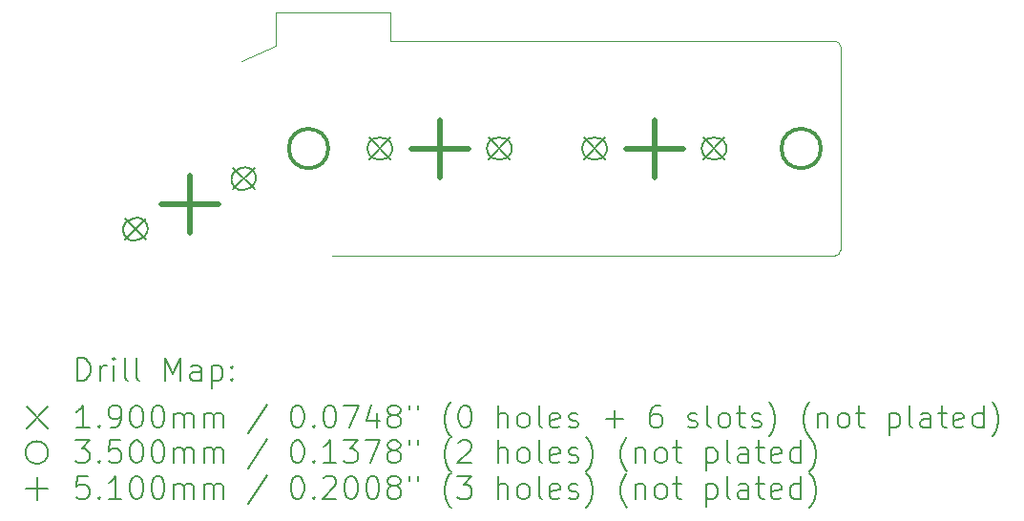
<source format=gbr>
%TF.GenerationSoftware,KiCad,Pcbnew,7.0.5*%
%TF.CreationDate,2023-08-20T02:01:26+08:00*%
%TF.ProjectId,RT,52542e6b-6963-4616-945f-706362585858,rev?*%
%TF.SameCoordinates,Original*%
%TF.FileFunction,Drillmap*%
%TF.FilePolarity,Positive*%
%FSLAX45Y45*%
G04 Gerber Fmt 4.5, Leading zero omitted, Abs format (unit mm)*
G04 Created by KiCad (PCBNEW 7.0.5) date 2023-08-20 02:01:26*
%MOMM*%
%LPD*%
G01*
G04 APERTURE LIST*
%ADD10C,0.100000*%
%ADD11C,0.200000*%
%ADD12C,0.190000*%
%ADD13C,0.350000*%
%ADD14C,0.510000*%
G04 APERTURE END LIST*
D10*
X13251500Y-11097500D02*
X17711500Y-11097500D01*
X17761500Y-9242500D02*
X17761500Y-11047500D01*
X13763000Y-9192500D02*
X13763000Y-8938000D01*
X13763000Y-9192500D02*
X17711500Y-9192500D01*
X17761500Y-9242500D02*
G75*
G03*
X17711500Y-9192500I-50000J0D01*
G01*
X12446409Y-9370987D02*
X12747000Y-9231000D01*
X12747000Y-8938000D02*
X12747000Y-9231000D01*
X13763000Y-8938000D02*
X12747000Y-8938000D01*
X17711500Y-11097500D02*
G75*
G03*
X17761500Y-11047500I0J50000D01*
G01*
D11*
D12*
X11410352Y-10765777D02*
X11600352Y-10955777D01*
X11600352Y-10765777D02*
X11410352Y-10955777D01*
D11*
X11531906Y-10953215D02*
X11559095Y-10940537D01*
X11559095Y-10940537D02*
G75*
G03*
X11478798Y-10768338I-40149J86099D01*
G01*
X11478798Y-10768338D02*
X11451609Y-10781017D01*
X11451609Y-10781017D02*
G75*
G03*
X11531906Y-10953215I40149J-86099D01*
G01*
D12*
X12371038Y-10317802D02*
X12561038Y-10507802D01*
X12561038Y-10317802D02*
X12371038Y-10507802D01*
D11*
X12492592Y-10505240D02*
X12519782Y-10492562D01*
X12519782Y-10492561D02*
G75*
G03*
X12439484Y-10320363I-40149J86099D01*
G01*
X12439484Y-10320363D02*
X12412295Y-10333042D01*
X12412295Y-10333042D02*
G75*
G03*
X12492592Y-10505240I40149J-86099D01*
G01*
D12*
X13579000Y-10050000D02*
X13769000Y-10240000D01*
X13769000Y-10050000D02*
X13579000Y-10240000D01*
D11*
X13659000Y-10240000D02*
X13689000Y-10240000D01*
X13689000Y-10240000D02*
G75*
G03*
X13689000Y-10050000I0J95000D01*
G01*
X13689000Y-10050000D02*
X13659000Y-10050000D01*
X13659000Y-10050000D02*
G75*
G03*
X13659000Y-10240000I0J-95000D01*
G01*
D12*
X14639000Y-10050000D02*
X14829000Y-10240000D01*
X14829000Y-10050000D02*
X14639000Y-10240000D01*
D11*
X14719000Y-10240000D02*
X14749000Y-10240000D01*
X14749000Y-10240000D02*
G75*
G03*
X14749000Y-10050000I0J95000D01*
G01*
X14749000Y-10050000D02*
X14719000Y-10050000D01*
X14719000Y-10050000D02*
G75*
G03*
X14719000Y-10240000I0J-95000D01*
G01*
D12*
X15484000Y-10050000D02*
X15674000Y-10240000D01*
X15674000Y-10050000D02*
X15484000Y-10240000D01*
D11*
X15564000Y-10240000D02*
X15594000Y-10240000D01*
X15594000Y-10240000D02*
G75*
G03*
X15594000Y-10050000I0J95000D01*
G01*
X15594000Y-10050000D02*
X15564000Y-10050000D01*
X15564000Y-10050000D02*
G75*
G03*
X15564000Y-10240000I0J-95000D01*
G01*
D12*
X16544000Y-10050000D02*
X16734000Y-10240000D01*
X16734000Y-10050000D02*
X16544000Y-10240000D01*
D11*
X16624000Y-10240000D02*
X16654000Y-10240000D01*
X16654000Y-10240000D02*
G75*
G03*
X16654000Y-10050000I0J95000D01*
G01*
X16654000Y-10050000D02*
X16624000Y-10050000D01*
X16624000Y-10050000D02*
G75*
G03*
X16624000Y-10240000I0J-95000D01*
G01*
D13*
X13216000Y-10145000D02*
G75*
G03*
X13216000Y-10145000I-175000J0D01*
G01*
X17586500Y-10145000D02*
G75*
G03*
X17586500Y-10145000I-175000J0D01*
G01*
D14*
X11985695Y-10381789D02*
X11985695Y-10891789D01*
X11730695Y-10636789D02*
X12240695Y-10636789D01*
X14204000Y-9890000D02*
X14204000Y-10400000D01*
X13949000Y-10145000D02*
X14459000Y-10145000D01*
X16109000Y-9890000D02*
X16109000Y-10400000D01*
X15854000Y-10145000D02*
X16364000Y-10145000D01*
D11*
X10991116Y-12203629D02*
X10991116Y-12003629D01*
X10991116Y-12003629D02*
X11038735Y-12003629D01*
X11038735Y-12003629D02*
X11067307Y-12013152D01*
X11067307Y-12013152D02*
X11086354Y-12032200D01*
X11086354Y-12032200D02*
X11095878Y-12051248D01*
X11095878Y-12051248D02*
X11105402Y-12089343D01*
X11105402Y-12089343D02*
X11105402Y-12117914D01*
X11105402Y-12117914D02*
X11095878Y-12156010D01*
X11095878Y-12156010D02*
X11086354Y-12175057D01*
X11086354Y-12175057D02*
X11067307Y-12194105D01*
X11067307Y-12194105D02*
X11038735Y-12203629D01*
X11038735Y-12203629D02*
X10991116Y-12203629D01*
X11191116Y-12203629D02*
X11191116Y-12070295D01*
X11191116Y-12108391D02*
X11200640Y-12089343D01*
X11200640Y-12089343D02*
X11210164Y-12079819D01*
X11210164Y-12079819D02*
X11229211Y-12070295D01*
X11229211Y-12070295D02*
X11248259Y-12070295D01*
X11314926Y-12203629D02*
X11314926Y-12070295D01*
X11314926Y-12003629D02*
X11305402Y-12013152D01*
X11305402Y-12013152D02*
X11314926Y-12022676D01*
X11314926Y-12022676D02*
X11324450Y-12013152D01*
X11324450Y-12013152D02*
X11314926Y-12003629D01*
X11314926Y-12003629D02*
X11314926Y-12022676D01*
X11438735Y-12203629D02*
X11419688Y-12194105D01*
X11419688Y-12194105D02*
X11410164Y-12175057D01*
X11410164Y-12175057D02*
X11410164Y-12003629D01*
X11543497Y-12203629D02*
X11524450Y-12194105D01*
X11524450Y-12194105D02*
X11514926Y-12175057D01*
X11514926Y-12175057D02*
X11514926Y-12003629D01*
X11772069Y-12203629D02*
X11772069Y-12003629D01*
X11772069Y-12003629D02*
X11838735Y-12146486D01*
X11838735Y-12146486D02*
X11905402Y-12003629D01*
X11905402Y-12003629D02*
X11905402Y-12203629D01*
X12086354Y-12203629D02*
X12086354Y-12098867D01*
X12086354Y-12098867D02*
X12076831Y-12079819D01*
X12076831Y-12079819D02*
X12057783Y-12070295D01*
X12057783Y-12070295D02*
X12019688Y-12070295D01*
X12019688Y-12070295D02*
X12000640Y-12079819D01*
X12086354Y-12194105D02*
X12067307Y-12203629D01*
X12067307Y-12203629D02*
X12019688Y-12203629D01*
X12019688Y-12203629D02*
X12000640Y-12194105D01*
X12000640Y-12194105D02*
X11991116Y-12175057D01*
X11991116Y-12175057D02*
X11991116Y-12156010D01*
X11991116Y-12156010D02*
X12000640Y-12136962D01*
X12000640Y-12136962D02*
X12019688Y-12127438D01*
X12019688Y-12127438D02*
X12067307Y-12127438D01*
X12067307Y-12127438D02*
X12086354Y-12117914D01*
X12181592Y-12070295D02*
X12181592Y-12270295D01*
X12181592Y-12079819D02*
X12200640Y-12070295D01*
X12200640Y-12070295D02*
X12238735Y-12070295D01*
X12238735Y-12070295D02*
X12257783Y-12079819D01*
X12257783Y-12079819D02*
X12267307Y-12089343D01*
X12267307Y-12089343D02*
X12276831Y-12108391D01*
X12276831Y-12108391D02*
X12276831Y-12165533D01*
X12276831Y-12165533D02*
X12267307Y-12184581D01*
X12267307Y-12184581D02*
X12257783Y-12194105D01*
X12257783Y-12194105D02*
X12238735Y-12203629D01*
X12238735Y-12203629D02*
X12200640Y-12203629D01*
X12200640Y-12203629D02*
X12181592Y-12194105D01*
X12362545Y-12184581D02*
X12372069Y-12194105D01*
X12372069Y-12194105D02*
X12362545Y-12203629D01*
X12362545Y-12203629D02*
X12353021Y-12194105D01*
X12353021Y-12194105D02*
X12362545Y-12184581D01*
X12362545Y-12184581D02*
X12362545Y-12203629D01*
X12362545Y-12079819D02*
X12372069Y-12089343D01*
X12372069Y-12089343D02*
X12362545Y-12098867D01*
X12362545Y-12098867D02*
X12353021Y-12089343D01*
X12353021Y-12089343D02*
X12362545Y-12079819D01*
X12362545Y-12079819D02*
X12362545Y-12098867D01*
D12*
X10540340Y-12437145D02*
X10730340Y-12627145D01*
X10730340Y-12437145D02*
X10540340Y-12627145D01*
D11*
X11095878Y-12623629D02*
X10981593Y-12623629D01*
X11038735Y-12623629D02*
X11038735Y-12423629D01*
X11038735Y-12423629D02*
X11019688Y-12452200D01*
X11019688Y-12452200D02*
X11000640Y-12471248D01*
X11000640Y-12471248D02*
X10981593Y-12480771D01*
X11181593Y-12604581D02*
X11191116Y-12614105D01*
X11191116Y-12614105D02*
X11181593Y-12623629D01*
X11181593Y-12623629D02*
X11172069Y-12614105D01*
X11172069Y-12614105D02*
X11181593Y-12604581D01*
X11181593Y-12604581D02*
X11181593Y-12623629D01*
X11286354Y-12623629D02*
X11324450Y-12623629D01*
X11324450Y-12623629D02*
X11343497Y-12614105D01*
X11343497Y-12614105D02*
X11353021Y-12604581D01*
X11353021Y-12604581D02*
X11372069Y-12576010D01*
X11372069Y-12576010D02*
X11381592Y-12537914D01*
X11381592Y-12537914D02*
X11381592Y-12461724D01*
X11381592Y-12461724D02*
X11372069Y-12442676D01*
X11372069Y-12442676D02*
X11362545Y-12433152D01*
X11362545Y-12433152D02*
X11343497Y-12423629D01*
X11343497Y-12423629D02*
X11305402Y-12423629D01*
X11305402Y-12423629D02*
X11286354Y-12433152D01*
X11286354Y-12433152D02*
X11276831Y-12442676D01*
X11276831Y-12442676D02*
X11267307Y-12461724D01*
X11267307Y-12461724D02*
X11267307Y-12509343D01*
X11267307Y-12509343D02*
X11276831Y-12528391D01*
X11276831Y-12528391D02*
X11286354Y-12537914D01*
X11286354Y-12537914D02*
X11305402Y-12547438D01*
X11305402Y-12547438D02*
X11343497Y-12547438D01*
X11343497Y-12547438D02*
X11362545Y-12537914D01*
X11362545Y-12537914D02*
X11372069Y-12528391D01*
X11372069Y-12528391D02*
X11381592Y-12509343D01*
X11505402Y-12423629D02*
X11524450Y-12423629D01*
X11524450Y-12423629D02*
X11543497Y-12433152D01*
X11543497Y-12433152D02*
X11553021Y-12442676D01*
X11553021Y-12442676D02*
X11562545Y-12461724D01*
X11562545Y-12461724D02*
X11572069Y-12499819D01*
X11572069Y-12499819D02*
X11572069Y-12547438D01*
X11572069Y-12547438D02*
X11562545Y-12585533D01*
X11562545Y-12585533D02*
X11553021Y-12604581D01*
X11553021Y-12604581D02*
X11543497Y-12614105D01*
X11543497Y-12614105D02*
X11524450Y-12623629D01*
X11524450Y-12623629D02*
X11505402Y-12623629D01*
X11505402Y-12623629D02*
X11486354Y-12614105D01*
X11486354Y-12614105D02*
X11476831Y-12604581D01*
X11476831Y-12604581D02*
X11467307Y-12585533D01*
X11467307Y-12585533D02*
X11457783Y-12547438D01*
X11457783Y-12547438D02*
X11457783Y-12499819D01*
X11457783Y-12499819D02*
X11467307Y-12461724D01*
X11467307Y-12461724D02*
X11476831Y-12442676D01*
X11476831Y-12442676D02*
X11486354Y-12433152D01*
X11486354Y-12433152D02*
X11505402Y-12423629D01*
X11695878Y-12423629D02*
X11714926Y-12423629D01*
X11714926Y-12423629D02*
X11733973Y-12433152D01*
X11733973Y-12433152D02*
X11743497Y-12442676D01*
X11743497Y-12442676D02*
X11753021Y-12461724D01*
X11753021Y-12461724D02*
X11762545Y-12499819D01*
X11762545Y-12499819D02*
X11762545Y-12547438D01*
X11762545Y-12547438D02*
X11753021Y-12585533D01*
X11753021Y-12585533D02*
X11743497Y-12604581D01*
X11743497Y-12604581D02*
X11733973Y-12614105D01*
X11733973Y-12614105D02*
X11714926Y-12623629D01*
X11714926Y-12623629D02*
X11695878Y-12623629D01*
X11695878Y-12623629D02*
X11676831Y-12614105D01*
X11676831Y-12614105D02*
X11667307Y-12604581D01*
X11667307Y-12604581D02*
X11657783Y-12585533D01*
X11657783Y-12585533D02*
X11648259Y-12547438D01*
X11648259Y-12547438D02*
X11648259Y-12499819D01*
X11648259Y-12499819D02*
X11657783Y-12461724D01*
X11657783Y-12461724D02*
X11667307Y-12442676D01*
X11667307Y-12442676D02*
X11676831Y-12433152D01*
X11676831Y-12433152D02*
X11695878Y-12423629D01*
X11848259Y-12623629D02*
X11848259Y-12490295D01*
X11848259Y-12509343D02*
X11857783Y-12499819D01*
X11857783Y-12499819D02*
X11876831Y-12490295D01*
X11876831Y-12490295D02*
X11905402Y-12490295D01*
X11905402Y-12490295D02*
X11924450Y-12499819D01*
X11924450Y-12499819D02*
X11933973Y-12518867D01*
X11933973Y-12518867D02*
X11933973Y-12623629D01*
X11933973Y-12518867D02*
X11943497Y-12499819D01*
X11943497Y-12499819D02*
X11962545Y-12490295D01*
X11962545Y-12490295D02*
X11991116Y-12490295D01*
X11991116Y-12490295D02*
X12010164Y-12499819D01*
X12010164Y-12499819D02*
X12019688Y-12518867D01*
X12019688Y-12518867D02*
X12019688Y-12623629D01*
X12114926Y-12623629D02*
X12114926Y-12490295D01*
X12114926Y-12509343D02*
X12124450Y-12499819D01*
X12124450Y-12499819D02*
X12143497Y-12490295D01*
X12143497Y-12490295D02*
X12172069Y-12490295D01*
X12172069Y-12490295D02*
X12191116Y-12499819D01*
X12191116Y-12499819D02*
X12200640Y-12518867D01*
X12200640Y-12518867D02*
X12200640Y-12623629D01*
X12200640Y-12518867D02*
X12210164Y-12499819D01*
X12210164Y-12499819D02*
X12229212Y-12490295D01*
X12229212Y-12490295D02*
X12257783Y-12490295D01*
X12257783Y-12490295D02*
X12276831Y-12499819D01*
X12276831Y-12499819D02*
X12286354Y-12518867D01*
X12286354Y-12518867D02*
X12286354Y-12623629D01*
X12676831Y-12414105D02*
X12505402Y-12671248D01*
X12933974Y-12423629D02*
X12953021Y-12423629D01*
X12953021Y-12423629D02*
X12972069Y-12433152D01*
X12972069Y-12433152D02*
X12981593Y-12442676D01*
X12981593Y-12442676D02*
X12991116Y-12461724D01*
X12991116Y-12461724D02*
X13000640Y-12499819D01*
X13000640Y-12499819D02*
X13000640Y-12547438D01*
X13000640Y-12547438D02*
X12991116Y-12585533D01*
X12991116Y-12585533D02*
X12981593Y-12604581D01*
X12981593Y-12604581D02*
X12972069Y-12614105D01*
X12972069Y-12614105D02*
X12953021Y-12623629D01*
X12953021Y-12623629D02*
X12933974Y-12623629D01*
X12933974Y-12623629D02*
X12914926Y-12614105D01*
X12914926Y-12614105D02*
X12905402Y-12604581D01*
X12905402Y-12604581D02*
X12895878Y-12585533D01*
X12895878Y-12585533D02*
X12886355Y-12547438D01*
X12886355Y-12547438D02*
X12886355Y-12499819D01*
X12886355Y-12499819D02*
X12895878Y-12461724D01*
X12895878Y-12461724D02*
X12905402Y-12442676D01*
X12905402Y-12442676D02*
X12914926Y-12433152D01*
X12914926Y-12433152D02*
X12933974Y-12423629D01*
X13086355Y-12604581D02*
X13095878Y-12614105D01*
X13095878Y-12614105D02*
X13086355Y-12623629D01*
X13086355Y-12623629D02*
X13076831Y-12614105D01*
X13076831Y-12614105D02*
X13086355Y-12604581D01*
X13086355Y-12604581D02*
X13086355Y-12623629D01*
X13219688Y-12423629D02*
X13238736Y-12423629D01*
X13238736Y-12423629D02*
X13257783Y-12433152D01*
X13257783Y-12433152D02*
X13267307Y-12442676D01*
X13267307Y-12442676D02*
X13276831Y-12461724D01*
X13276831Y-12461724D02*
X13286355Y-12499819D01*
X13286355Y-12499819D02*
X13286355Y-12547438D01*
X13286355Y-12547438D02*
X13276831Y-12585533D01*
X13276831Y-12585533D02*
X13267307Y-12604581D01*
X13267307Y-12604581D02*
X13257783Y-12614105D01*
X13257783Y-12614105D02*
X13238736Y-12623629D01*
X13238736Y-12623629D02*
X13219688Y-12623629D01*
X13219688Y-12623629D02*
X13200640Y-12614105D01*
X13200640Y-12614105D02*
X13191116Y-12604581D01*
X13191116Y-12604581D02*
X13181593Y-12585533D01*
X13181593Y-12585533D02*
X13172069Y-12547438D01*
X13172069Y-12547438D02*
X13172069Y-12499819D01*
X13172069Y-12499819D02*
X13181593Y-12461724D01*
X13181593Y-12461724D02*
X13191116Y-12442676D01*
X13191116Y-12442676D02*
X13200640Y-12433152D01*
X13200640Y-12433152D02*
X13219688Y-12423629D01*
X13353021Y-12423629D02*
X13486355Y-12423629D01*
X13486355Y-12423629D02*
X13400640Y-12623629D01*
X13648259Y-12490295D02*
X13648259Y-12623629D01*
X13600640Y-12414105D02*
X13553021Y-12556962D01*
X13553021Y-12556962D02*
X13676831Y-12556962D01*
X13781593Y-12509343D02*
X13762545Y-12499819D01*
X13762545Y-12499819D02*
X13753021Y-12490295D01*
X13753021Y-12490295D02*
X13743497Y-12471248D01*
X13743497Y-12471248D02*
X13743497Y-12461724D01*
X13743497Y-12461724D02*
X13753021Y-12442676D01*
X13753021Y-12442676D02*
X13762545Y-12433152D01*
X13762545Y-12433152D02*
X13781593Y-12423629D01*
X13781593Y-12423629D02*
X13819688Y-12423629D01*
X13819688Y-12423629D02*
X13838736Y-12433152D01*
X13838736Y-12433152D02*
X13848259Y-12442676D01*
X13848259Y-12442676D02*
X13857783Y-12461724D01*
X13857783Y-12461724D02*
X13857783Y-12471248D01*
X13857783Y-12471248D02*
X13848259Y-12490295D01*
X13848259Y-12490295D02*
X13838736Y-12499819D01*
X13838736Y-12499819D02*
X13819688Y-12509343D01*
X13819688Y-12509343D02*
X13781593Y-12509343D01*
X13781593Y-12509343D02*
X13762545Y-12518867D01*
X13762545Y-12518867D02*
X13753021Y-12528391D01*
X13753021Y-12528391D02*
X13743497Y-12547438D01*
X13743497Y-12547438D02*
X13743497Y-12585533D01*
X13743497Y-12585533D02*
X13753021Y-12604581D01*
X13753021Y-12604581D02*
X13762545Y-12614105D01*
X13762545Y-12614105D02*
X13781593Y-12623629D01*
X13781593Y-12623629D02*
X13819688Y-12623629D01*
X13819688Y-12623629D02*
X13838736Y-12614105D01*
X13838736Y-12614105D02*
X13848259Y-12604581D01*
X13848259Y-12604581D02*
X13857783Y-12585533D01*
X13857783Y-12585533D02*
X13857783Y-12547438D01*
X13857783Y-12547438D02*
X13848259Y-12528391D01*
X13848259Y-12528391D02*
X13838736Y-12518867D01*
X13838736Y-12518867D02*
X13819688Y-12509343D01*
X13933974Y-12423629D02*
X13933974Y-12461724D01*
X14010164Y-12423629D02*
X14010164Y-12461724D01*
X14305402Y-12699819D02*
X14295878Y-12690295D01*
X14295878Y-12690295D02*
X14276831Y-12661724D01*
X14276831Y-12661724D02*
X14267307Y-12642676D01*
X14267307Y-12642676D02*
X14257783Y-12614105D01*
X14257783Y-12614105D02*
X14248259Y-12566486D01*
X14248259Y-12566486D02*
X14248259Y-12528391D01*
X14248259Y-12528391D02*
X14257783Y-12480771D01*
X14257783Y-12480771D02*
X14267307Y-12452200D01*
X14267307Y-12452200D02*
X14276831Y-12433152D01*
X14276831Y-12433152D02*
X14295878Y-12404581D01*
X14295878Y-12404581D02*
X14305402Y-12395057D01*
X14419688Y-12423629D02*
X14438736Y-12423629D01*
X14438736Y-12423629D02*
X14457783Y-12433152D01*
X14457783Y-12433152D02*
X14467307Y-12442676D01*
X14467307Y-12442676D02*
X14476831Y-12461724D01*
X14476831Y-12461724D02*
X14486355Y-12499819D01*
X14486355Y-12499819D02*
X14486355Y-12547438D01*
X14486355Y-12547438D02*
X14476831Y-12585533D01*
X14476831Y-12585533D02*
X14467307Y-12604581D01*
X14467307Y-12604581D02*
X14457783Y-12614105D01*
X14457783Y-12614105D02*
X14438736Y-12623629D01*
X14438736Y-12623629D02*
X14419688Y-12623629D01*
X14419688Y-12623629D02*
X14400640Y-12614105D01*
X14400640Y-12614105D02*
X14391117Y-12604581D01*
X14391117Y-12604581D02*
X14381593Y-12585533D01*
X14381593Y-12585533D02*
X14372069Y-12547438D01*
X14372069Y-12547438D02*
X14372069Y-12499819D01*
X14372069Y-12499819D02*
X14381593Y-12461724D01*
X14381593Y-12461724D02*
X14391117Y-12442676D01*
X14391117Y-12442676D02*
X14400640Y-12433152D01*
X14400640Y-12433152D02*
X14419688Y-12423629D01*
X14724450Y-12623629D02*
X14724450Y-12423629D01*
X14810164Y-12623629D02*
X14810164Y-12518867D01*
X14810164Y-12518867D02*
X14800640Y-12499819D01*
X14800640Y-12499819D02*
X14781593Y-12490295D01*
X14781593Y-12490295D02*
X14753021Y-12490295D01*
X14753021Y-12490295D02*
X14733974Y-12499819D01*
X14733974Y-12499819D02*
X14724450Y-12509343D01*
X14933974Y-12623629D02*
X14914926Y-12614105D01*
X14914926Y-12614105D02*
X14905402Y-12604581D01*
X14905402Y-12604581D02*
X14895879Y-12585533D01*
X14895879Y-12585533D02*
X14895879Y-12528391D01*
X14895879Y-12528391D02*
X14905402Y-12509343D01*
X14905402Y-12509343D02*
X14914926Y-12499819D01*
X14914926Y-12499819D02*
X14933974Y-12490295D01*
X14933974Y-12490295D02*
X14962545Y-12490295D01*
X14962545Y-12490295D02*
X14981593Y-12499819D01*
X14981593Y-12499819D02*
X14991117Y-12509343D01*
X14991117Y-12509343D02*
X15000640Y-12528391D01*
X15000640Y-12528391D02*
X15000640Y-12585533D01*
X15000640Y-12585533D02*
X14991117Y-12604581D01*
X14991117Y-12604581D02*
X14981593Y-12614105D01*
X14981593Y-12614105D02*
X14962545Y-12623629D01*
X14962545Y-12623629D02*
X14933974Y-12623629D01*
X15114926Y-12623629D02*
X15095879Y-12614105D01*
X15095879Y-12614105D02*
X15086355Y-12595057D01*
X15086355Y-12595057D02*
X15086355Y-12423629D01*
X15267307Y-12614105D02*
X15248260Y-12623629D01*
X15248260Y-12623629D02*
X15210164Y-12623629D01*
X15210164Y-12623629D02*
X15191117Y-12614105D01*
X15191117Y-12614105D02*
X15181593Y-12595057D01*
X15181593Y-12595057D02*
X15181593Y-12518867D01*
X15181593Y-12518867D02*
X15191117Y-12499819D01*
X15191117Y-12499819D02*
X15210164Y-12490295D01*
X15210164Y-12490295D02*
X15248260Y-12490295D01*
X15248260Y-12490295D02*
X15267307Y-12499819D01*
X15267307Y-12499819D02*
X15276831Y-12518867D01*
X15276831Y-12518867D02*
X15276831Y-12537914D01*
X15276831Y-12537914D02*
X15181593Y-12556962D01*
X15353021Y-12614105D02*
X15372069Y-12623629D01*
X15372069Y-12623629D02*
X15410164Y-12623629D01*
X15410164Y-12623629D02*
X15429212Y-12614105D01*
X15429212Y-12614105D02*
X15438736Y-12595057D01*
X15438736Y-12595057D02*
X15438736Y-12585533D01*
X15438736Y-12585533D02*
X15429212Y-12566486D01*
X15429212Y-12566486D02*
X15410164Y-12556962D01*
X15410164Y-12556962D02*
X15381593Y-12556962D01*
X15381593Y-12556962D02*
X15362545Y-12547438D01*
X15362545Y-12547438D02*
X15353021Y-12528391D01*
X15353021Y-12528391D02*
X15353021Y-12518867D01*
X15353021Y-12518867D02*
X15362545Y-12499819D01*
X15362545Y-12499819D02*
X15381593Y-12490295D01*
X15381593Y-12490295D02*
X15410164Y-12490295D01*
X15410164Y-12490295D02*
X15429212Y-12499819D01*
X15676831Y-12547438D02*
X15829212Y-12547438D01*
X15753022Y-12623629D02*
X15753022Y-12471248D01*
X16162545Y-12423629D02*
X16124450Y-12423629D01*
X16124450Y-12423629D02*
X16105402Y-12433152D01*
X16105402Y-12433152D02*
X16095879Y-12442676D01*
X16095879Y-12442676D02*
X16076831Y-12471248D01*
X16076831Y-12471248D02*
X16067307Y-12509343D01*
X16067307Y-12509343D02*
X16067307Y-12585533D01*
X16067307Y-12585533D02*
X16076831Y-12604581D01*
X16076831Y-12604581D02*
X16086355Y-12614105D01*
X16086355Y-12614105D02*
X16105402Y-12623629D01*
X16105402Y-12623629D02*
X16143498Y-12623629D01*
X16143498Y-12623629D02*
X16162545Y-12614105D01*
X16162545Y-12614105D02*
X16172069Y-12604581D01*
X16172069Y-12604581D02*
X16181593Y-12585533D01*
X16181593Y-12585533D02*
X16181593Y-12537914D01*
X16181593Y-12537914D02*
X16172069Y-12518867D01*
X16172069Y-12518867D02*
X16162545Y-12509343D01*
X16162545Y-12509343D02*
X16143498Y-12499819D01*
X16143498Y-12499819D02*
X16105402Y-12499819D01*
X16105402Y-12499819D02*
X16086355Y-12509343D01*
X16086355Y-12509343D02*
X16076831Y-12518867D01*
X16076831Y-12518867D02*
X16067307Y-12537914D01*
X16410164Y-12614105D02*
X16429212Y-12623629D01*
X16429212Y-12623629D02*
X16467307Y-12623629D01*
X16467307Y-12623629D02*
X16486355Y-12614105D01*
X16486355Y-12614105D02*
X16495879Y-12595057D01*
X16495879Y-12595057D02*
X16495879Y-12585533D01*
X16495879Y-12585533D02*
X16486355Y-12566486D01*
X16486355Y-12566486D02*
X16467307Y-12556962D01*
X16467307Y-12556962D02*
X16438736Y-12556962D01*
X16438736Y-12556962D02*
X16419688Y-12547438D01*
X16419688Y-12547438D02*
X16410164Y-12528391D01*
X16410164Y-12528391D02*
X16410164Y-12518867D01*
X16410164Y-12518867D02*
X16419688Y-12499819D01*
X16419688Y-12499819D02*
X16438736Y-12490295D01*
X16438736Y-12490295D02*
X16467307Y-12490295D01*
X16467307Y-12490295D02*
X16486355Y-12499819D01*
X16610164Y-12623629D02*
X16591117Y-12614105D01*
X16591117Y-12614105D02*
X16581593Y-12595057D01*
X16581593Y-12595057D02*
X16581593Y-12423629D01*
X16714926Y-12623629D02*
X16695879Y-12614105D01*
X16695879Y-12614105D02*
X16686355Y-12604581D01*
X16686355Y-12604581D02*
X16676831Y-12585533D01*
X16676831Y-12585533D02*
X16676831Y-12528391D01*
X16676831Y-12528391D02*
X16686355Y-12509343D01*
X16686355Y-12509343D02*
X16695879Y-12499819D01*
X16695879Y-12499819D02*
X16714926Y-12490295D01*
X16714926Y-12490295D02*
X16743498Y-12490295D01*
X16743498Y-12490295D02*
X16762545Y-12499819D01*
X16762545Y-12499819D02*
X16772069Y-12509343D01*
X16772069Y-12509343D02*
X16781593Y-12528391D01*
X16781593Y-12528391D02*
X16781593Y-12585533D01*
X16781593Y-12585533D02*
X16772069Y-12604581D01*
X16772069Y-12604581D02*
X16762545Y-12614105D01*
X16762545Y-12614105D02*
X16743498Y-12623629D01*
X16743498Y-12623629D02*
X16714926Y-12623629D01*
X16838736Y-12490295D02*
X16914926Y-12490295D01*
X16867307Y-12423629D02*
X16867307Y-12595057D01*
X16867307Y-12595057D02*
X16876831Y-12614105D01*
X16876831Y-12614105D02*
X16895879Y-12623629D01*
X16895879Y-12623629D02*
X16914926Y-12623629D01*
X16972069Y-12614105D02*
X16991117Y-12623629D01*
X16991117Y-12623629D02*
X17029212Y-12623629D01*
X17029212Y-12623629D02*
X17048260Y-12614105D01*
X17048260Y-12614105D02*
X17057784Y-12595057D01*
X17057784Y-12595057D02*
X17057784Y-12585533D01*
X17057784Y-12585533D02*
X17048260Y-12566486D01*
X17048260Y-12566486D02*
X17029212Y-12556962D01*
X17029212Y-12556962D02*
X17000641Y-12556962D01*
X17000641Y-12556962D02*
X16981593Y-12547438D01*
X16981593Y-12547438D02*
X16972069Y-12528391D01*
X16972069Y-12528391D02*
X16972069Y-12518867D01*
X16972069Y-12518867D02*
X16981593Y-12499819D01*
X16981593Y-12499819D02*
X17000641Y-12490295D01*
X17000641Y-12490295D02*
X17029212Y-12490295D01*
X17029212Y-12490295D02*
X17048260Y-12499819D01*
X17124450Y-12699819D02*
X17133974Y-12690295D01*
X17133974Y-12690295D02*
X17153022Y-12661724D01*
X17153022Y-12661724D02*
X17162546Y-12642676D01*
X17162546Y-12642676D02*
X17172069Y-12614105D01*
X17172069Y-12614105D02*
X17181593Y-12566486D01*
X17181593Y-12566486D02*
X17181593Y-12528391D01*
X17181593Y-12528391D02*
X17172069Y-12480771D01*
X17172069Y-12480771D02*
X17162546Y-12452200D01*
X17162546Y-12452200D02*
X17153022Y-12433152D01*
X17153022Y-12433152D02*
X17133974Y-12404581D01*
X17133974Y-12404581D02*
X17124450Y-12395057D01*
X17486355Y-12699819D02*
X17476831Y-12690295D01*
X17476831Y-12690295D02*
X17457784Y-12661724D01*
X17457784Y-12661724D02*
X17448260Y-12642676D01*
X17448260Y-12642676D02*
X17438736Y-12614105D01*
X17438736Y-12614105D02*
X17429212Y-12566486D01*
X17429212Y-12566486D02*
X17429212Y-12528391D01*
X17429212Y-12528391D02*
X17438736Y-12480771D01*
X17438736Y-12480771D02*
X17448260Y-12452200D01*
X17448260Y-12452200D02*
X17457784Y-12433152D01*
X17457784Y-12433152D02*
X17476831Y-12404581D01*
X17476831Y-12404581D02*
X17486355Y-12395057D01*
X17562546Y-12490295D02*
X17562546Y-12623629D01*
X17562546Y-12509343D02*
X17572069Y-12499819D01*
X17572069Y-12499819D02*
X17591117Y-12490295D01*
X17591117Y-12490295D02*
X17619688Y-12490295D01*
X17619688Y-12490295D02*
X17638736Y-12499819D01*
X17638736Y-12499819D02*
X17648260Y-12518867D01*
X17648260Y-12518867D02*
X17648260Y-12623629D01*
X17772069Y-12623629D02*
X17753022Y-12614105D01*
X17753022Y-12614105D02*
X17743498Y-12604581D01*
X17743498Y-12604581D02*
X17733974Y-12585533D01*
X17733974Y-12585533D02*
X17733974Y-12528391D01*
X17733974Y-12528391D02*
X17743498Y-12509343D01*
X17743498Y-12509343D02*
X17753022Y-12499819D01*
X17753022Y-12499819D02*
X17772069Y-12490295D01*
X17772069Y-12490295D02*
X17800641Y-12490295D01*
X17800641Y-12490295D02*
X17819688Y-12499819D01*
X17819688Y-12499819D02*
X17829212Y-12509343D01*
X17829212Y-12509343D02*
X17838736Y-12528391D01*
X17838736Y-12528391D02*
X17838736Y-12585533D01*
X17838736Y-12585533D02*
X17829212Y-12604581D01*
X17829212Y-12604581D02*
X17819688Y-12614105D01*
X17819688Y-12614105D02*
X17800641Y-12623629D01*
X17800641Y-12623629D02*
X17772069Y-12623629D01*
X17895879Y-12490295D02*
X17972069Y-12490295D01*
X17924450Y-12423629D02*
X17924450Y-12595057D01*
X17924450Y-12595057D02*
X17933974Y-12614105D01*
X17933974Y-12614105D02*
X17953022Y-12623629D01*
X17953022Y-12623629D02*
X17972069Y-12623629D01*
X18191117Y-12490295D02*
X18191117Y-12690295D01*
X18191117Y-12499819D02*
X18210165Y-12490295D01*
X18210165Y-12490295D02*
X18248260Y-12490295D01*
X18248260Y-12490295D02*
X18267308Y-12499819D01*
X18267308Y-12499819D02*
X18276831Y-12509343D01*
X18276831Y-12509343D02*
X18286355Y-12528391D01*
X18286355Y-12528391D02*
X18286355Y-12585533D01*
X18286355Y-12585533D02*
X18276831Y-12604581D01*
X18276831Y-12604581D02*
X18267308Y-12614105D01*
X18267308Y-12614105D02*
X18248260Y-12623629D01*
X18248260Y-12623629D02*
X18210165Y-12623629D01*
X18210165Y-12623629D02*
X18191117Y-12614105D01*
X18400641Y-12623629D02*
X18381593Y-12614105D01*
X18381593Y-12614105D02*
X18372069Y-12595057D01*
X18372069Y-12595057D02*
X18372069Y-12423629D01*
X18562546Y-12623629D02*
X18562546Y-12518867D01*
X18562546Y-12518867D02*
X18553022Y-12499819D01*
X18553022Y-12499819D02*
X18533974Y-12490295D01*
X18533974Y-12490295D02*
X18495879Y-12490295D01*
X18495879Y-12490295D02*
X18476831Y-12499819D01*
X18562546Y-12614105D02*
X18543498Y-12623629D01*
X18543498Y-12623629D02*
X18495879Y-12623629D01*
X18495879Y-12623629D02*
X18476831Y-12614105D01*
X18476831Y-12614105D02*
X18467308Y-12595057D01*
X18467308Y-12595057D02*
X18467308Y-12576010D01*
X18467308Y-12576010D02*
X18476831Y-12556962D01*
X18476831Y-12556962D02*
X18495879Y-12547438D01*
X18495879Y-12547438D02*
X18543498Y-12547438D01*
X18543498Y-12547438D02*
X18562546Y-12537914D01*
X18629212Y-12490295D02*
X18705403Y-12490295D01*
X18657784Y-12423629D02*
X18657784Y-12595057D01*
X18657784Y-12595057D02*
X18667308Y-12614105D01*
X18667308Y-12614105D02*
X18686355Y-12623629D01*
X18686355Y-12623629D02*
X18705403Y-12623629D01*
X18848260Y-12614105D02*
X18829212Y-12623629D01*
X18829212Y-12623629D02*
X18791117Y-12623629D01*
X18791117Y-12623629D02*
X18772069Y-12614105D01*
X18772069Y-12614105D02*
X18762546Y-12595057D01*
X18762546Y-12595057D02*
X18762546Y-12518867D01*
X18762546Y-12518867D02*
X18772069Y-12499819D01*
X18772069Y-12499819D02*
X18791117Y-12490295D01*
X18791117Y-12490295D02*
X18829212Y-12490295D01*
X18829212Y-12490295D02*
X18848260Y-12499819D01*
X18848260Y-12499819D02*
X18857784Y-12518867D01*
X18857784Y-12518867D02*
X18857784Y-12537914D01*
X18857784Y-12537914D02*
X18762546Y-12556962D01*
X19029212Y-12623629D02*
X19029212Y-12423629D01*
X19029212Y-12614105D02*
X19010165Y-12623629D01*
X19010165Y-12623629D02*
X18972069Y-12623629D01*
X18972069Y-12623629D02*
X18953022Y-12614105D01*
X18953022Y-12614105D02*
X18943498Y-12604581D01*
X18943498Y-12604581D02*
X18933974Y-12585533D01*
X18933974Y-12585533D02*
X18933974Y-12528391D01*
X18933974Y-12528391D02*
X18943498Y-12509343D01*
X18943498Y-12509343D02*
X18953022Y-12499819D01*
X18953022Y-12499819D02*
X18972069Y-12490295D01*
X18972069Y-12490295D02*
X19010165Y-12490295D01*
X19010165Y-12490295D02*
X19029212Y-12499819D01*
X19105403Y-12699819D02*
X19114927Y-12690295D01*
X19114927Y-12690295D02*
X19133974Y-12661724D01*
X19133974Y-12661724D02*
X19143498Y-12642676D01*
X19143498Y-12642676D02*
X19153022Y-12614105D01*
X19153022Y-12614105D02*
X19162546Y-12566486D01*
X19162546Y-12566486D02*
X19162546Y-12528391D01*
X19162546Y-12528391D02*
X19153022Y-12480771D01*
X19153022Y-12480771D02*
X19143498Y-12452200D01*
X19143498Y-12452200D02*
X19133974Y-12433152D01*
X19133974Y-12433152D02*
X19114927Y-12404581D01*
X19114927Y-12404581D02*
X19105403Y-12395057D01*
X10730340Y-12842145D02*
G75*
G03*
X10730340Y-12842145I-100000J0D01*
G01*
X10972069Y-12733629D02*
X11095878Y-12733629D01*
X11095878Y-12733629D02*
X11029212Y-12809819D01*
X11029212Y-12809819D02*
X11057783Y-12809819D01*
X11057783Y-12809819D02*
X11076831Y-12819343D01*
X11076831Y-12819343D02*
X11086354Y-12828867D01*
X11086354Y-12828867D02*
X11095878Y-12847914D01*
X11095878Y-12847914D02*
X11095878Y-12895533D01*
X11095878Y-12895533D02*
X11086354Y-12914581D01*
X11086354Y-12914581D02*
X11076831Y-12924105D01*
X11076831Y-12924105D02*
X11057783Y-12933629D01*
X11057783Y-12933629D02*
X11000640Y-12933629D01*
X11000640Y-12933629D02*
X10981593Y-12924105D01*
X10981593Y-12924105D02*
X10972069Y-12914581D01*
X11181593Y-12914581D02*
X11191116Y-12924105D01*
X11191116Y-12924105D02*
X11181593Y-12933629D01*
X11181593Y-12933629D02*
X11172069Y-12924105D01*
X11172069Y-12924105D02*
X11181593Y-12914581D01*
X11181593Y-12914581D02*
X11181593Y-12933629D01*
X11372069Y-12733629D02*
X11276831Y-12733629D01*
X11276831Y-12733629D02*
X11267307Y-12828867D01*
X11267307Y-12828867D02*
X11276831Y-12819343D01*
X11276831Y-12819343D02*
X11295878Y-12809819D01*
X11295878Y-12809819D02*
X11343497Y-12809819D01*
X11343497Y-12809819D02*
X11362545Y-12819343D01*
X11362545Y-12819343D02*
X11372069Y-12828867D01*
X11372069Y-12828867D02*
X11381592Y-12847914D01*
X11381592Y-12847914D02*
X11381592Y-12895533D01*
X11381592Y-12895533D02*
X11372069Y-12914581D01*
X11372069Y-12914581D02*
X11362545Y-12924105D01*
X11362545Y-12924105D02*
X11343497Y-12933629D01*
X11343497Y-12933629D02*
X11295878Y-12933629D01*
X11295878Y-12933629D02*
X11276831Y-12924105D01*
X11276831Y-12924105D02*
X11267307Y-12914581D01*
X11505402Y-12733629D02*
X11524450Y-12733629D01*
X11524450Y-12733629D02*
X11543497Y-12743152D01*
X11543497Y-12743152D02*
X11553021Y-12752676D01*
X11553021Y-12752676D02*
X11562545Y-12771724D01*
X11562545Y-12771724D02*
X11572069Y-12809819D01*
X11572069Y-12809819D02*
X11572069Y-12857438D01*
X11572069Y-12857438D02*
X11562545Y-12895533D01*
X11562545Y-12895533D02*
X11553021Y-12914581D01*
X11553021Y-12914581D02*
X11543497Y-12924105D01*
X11543497Y-12924105D02*
X11524450Y-12933629D01*
X11524450Y-12933629D02*
X11505402Y-12933629D01*
X11505402Y-12933629D02*
X11486354Y-12924105D01*
X11486354Y-12924105D02*
X11476831Y-12914581D01*
X11476831Y-12914581D02*
X11467307Y-12895533D01*
X11467307Y-12895533D02*
X11457783Y-12857438D01*
X11457783Y-12857438D02*
X11457783Y-12809819D01*
X11457783Y-12809819D02*
X11467307Y-12771724D01*
X11467307Y-12771724D02*
X11476831Y-12752676D01*
X11476831Y-12752676D02*
X11486354Y-12743152D01*
X11486354Y-12743152D02*
X11505402Y-12733629D01*
X11695878Y-12733629D02*
X11714926Y-12733629D01*
X11714926Y-12733629D02*
X11733973Y-12743152D01*
X11733973Y-12743152D02*
X11743497Y-12752676D01*
X11743497Y-12752676D02*
X11753021Y-12771724D01*
X11753021Y-12771724D02*
X11762545Y-12809819D01*
X11762545Y-12809819D02*
X11762545Y-12857438D01*
X11762545Y-12857438D02*
X11753021Y-12895533D01*
X11753021Y-12895533D02*
X11743497Y-12914581D01*
X11743497Y-12914581D02*
X11733973Y-12924105D01*
X11733973Y-12924105D02*
X11714926Y-12933629D01*
X11714926Y-12933629D02*
X11695878Y-12933629D01*
X11695878Y-12933629D02*
X11676831Y-12924105D01*
X11676831Y-12924105D02*
X11667307Y-12914581D01*
X11667307Y-12914581D02*
X11657783Y-12895533D01*
X11657783Y-12895533D02*
X11648259Y-12857438D01*
X11648259Y-12857438D02*
X11648259Y-12809819D01*
X11648259Y-12809819D02*
X11657783Y-12771724D01*
X11657783Y-12771724D02*
X11667307Y-12752676D01*
X11667307Y-12752676D02*
X11676831Y-12743152D01*
X11676831Y-12743152D02*
X11695878Y-12733629D01*
X11848259Y-12933629D02*
X11848259Y-12800295D01*
X11848259Y-12819343D02*
X11857783Y-12809819D01*
X11857783Y-12809819D02*
X11876831Y-12800295D01*
X11876831Y-12800295D02*
X11905402Y-12800295D01*
X11905402Y-12800295D02*
X11924450Y-12809819D01*
X11924450Y-12809819D02*
X11933973Y-12828867D01*
X11933973Y-12828867D02*
X11933973Y-12933629D01*
X11933973Y-12828867D02*
X11943497Y-12809819D01*
X11943497Y-12809819D02*
X11962545Y-12800295D01*
X11962545Y-12800295D02*
X11991116Y-12800295D01*
X11991116Y-12800295D02*
X12010164Y-12809819D01*
X12010164Y-12809819D02*
X12019688Y-12828867D01*
X12019688Y-12828867D02*
X12019688Y-12933629D01*
X12114926Y-12933629D02*
X12114926Y-12800295D01*
X12114926Y-12819343D02*
X12124450Y-12809819D01*
X12124450Y-12809819D02*
X12143497Y-12800295D01*
X12143497Y-12800295D02*
X12172069Y-12800295D01*
X12172069Y-12800295D02*
X12191116Y-12809819D01*
X12191116Y-12809819D02*
X12200640Y-12828867D01*
X12200640Y-12828867D02*
X12200640Y-12933629D01*
X12200640Y-12828867D02*
X12210164Y-12809819D01*
X12210164Y-12809819D02*
X12229212Y-12800295D01*
X12229212Y-12800295D02*
X12257783Y-12800295D01*
X12257783Y-12800295D02*
X12276831Y-12809819D01*
X12276831Y-12809819D02*
X12286354Y-12828867D01*
X12286354Y-12828867D02*
X12286354Y-12933629D01*
X12676831Y-12724105D02*
X12505402Y-12981248D01*
X12933974Y-12733629D02*
X12953021Y-12733629D01*
X12953021Y-12733629D02*
X12972069Y-12743152D01*
X12972069Y-12743152D02*
X12981593Y-12752676D01*
X12981593Y-12752676D02*
X12991116Y-12771724D01*
X12991116Y-12771724D02*
X13000640Y-12809819D01*
X13000640Y-12809819D02*
X13000640Y-12857438D01*
X13000640Y-12857438D02*
X12991116Y-12895533D01*
X12991116Y-12895533D02*
X12981593Y-12914581D01*
X12981593Y-12914581D02*
X12972069Y-12924105D01*
X12972069Y-12924105D02*
X12953021Y-12933629D01*
X12953021Y-12933629D02*
X12933974Y-12933629D01*
X12933974Y-12933629D02*
X12914926Y-12924105D01*
X12914926Y-12924105D02*
X12905402Y-12914581D01*
X12905402Y-12914581D02*
X12895878Y-12895533D01*
X12895878Y-12895533D02*
X12886355Y-12857438D01*
X12886355Y-12857438D02*
X12886355Y-12809819D01*
X12886355Y-12809819D02*
X12895878Y-12771724D01*
X12895878Y-12771724D02*
X12905402Y-12752676D01*
X12905402Y-12752676D02*
X12914926Y-12743152D01*
X12914926Y-12743152D02*
X12933974Y-12733629D01*
X13086355Y-12914581D02*
X13095878Y-12924105D01*
X13095878Y-12924105D02*
X13086355Y-12933629D01*
X13086355Y-12933629D02*
X13076831Y-12924105D01*
X13076831Y-12924105D02*
X13086355Y-12914581D01*
X13086355Y-12914581D02*
X13086355Y-12933629D01*
X13286355Y-12933629D02*
X13172069Y-12933629D01*
X13229212Y-12933629D02*
X13229212Y-12733629D01*
X13229212Y-12733629D02*
X13210164Y-12762200D01*
X13210164Y-12762200D02*
X13191116Y-12781248D01*
X13191116Y-12781248D02*
X13172069Y-12790771D01*
X13353021Y-12733629D02*
X13476831Y-12733629D01*
X13476831Y-12733629D02*
X13410164Y-12809819D01*
X13410164Y-12809819D02*
X13438736Y-12809819D01*
X13438736Y-12809819D02*
X13457783Y-12819343D01*
X13457783Y-12819343D02*
X13467307Y-12828867D01*
X13467307Y-12828867D02*
X13476831Y-12847914D01*
X13476831Y-12847914D02*
X13476831Y-12895533D01*
X13476831Y-12895533D02*
X13467307Y-12914581D01*
X13467307Y-12914581D02*
X13457783Y-12924105D01*
X13457783Y-12924105D02*
X13438736Y-12933629D01*
X13438736Y-12933629D02*
X13381593Y-12933629D01*
X13381593Y-12933629D02*
X13362545Y-12924105D01*
X13362545Y-12924105D02*
X13353021Y-12914581D01*
X13543497Y-12733629D02*
X13676831Y-12733629D01*
X13676831Y-12733629D02*
X13591116Y-12933629D01*
X13781593Y-12819343D02*
X13762545Y-12809819D01*
X13762545Y-12809819D02*
X13753021Y-12800295D01*
X13753021Y-12800295D02*
X13743497Y-12781248D01*
X13743497Y-12781248D02*
X13743497Y-12771724D01*
X13743497Y-12771724D02*
X13753021Y-12752676D01*
X13753021Y-12752676D02*
X13762545Y-12743152D01*
X13762545Y-12743152D02*
X13781593Y-12733629D01*
X13781593Y-12733629D02*
X13819688Y-12733629D01*
X13819688Y-12733629D02*
X13838736Y-12743152D01*
X13838736Y-12743152D02*
X13848259Y-12752676D01*
X13848259Y-12752676D02*
X13857783Y-12771724D01*
X13857783Y-12771724D02*
X13857783Y-12781248D01*
X13857783Y-12781248D02*
X13848259Y-12800295D01*
X13848259Y-12800295D02*
X13838736Y-12809819D01*
X13838736Y-12809819D02*
X13819688Y-12819343D01*
X13819688Y-12819343D02*
X13781593Y-12819343D01*
X13781593Y-12819343D02*
X13762545Y-12828867D01*
X13762545Y-12828867D02*
X13753021Y-12838391D01*
X13753021Y-12838391D02*
X13743497Y-12857438D01*
X13743497Y-12857438D02*
X13743497Y-12895533D01*
X13743497Y-12895533D02*
X13753021Y-12914581D01*
X13753021Y-12914581D02*
X13762545Y-12924105D01*
X13762545Y-12924105D02*
X13781593Y-12933629D01*
X13781593Y-12933629D02*
X13819688Y-12933629D01*
X13819688Y-12933629D02*
X13838736Y-12924105D01*
X13838736Y-12924105D02*
X13848259Y-12914581D01*
X13848259Y-12914581D02*
X13857783Y-12895533D01*
X13857783Y-12895533D02*
X13857783Y-12857438D01*
X13857783Y-12857438D02*
X13848259Y-12838391D01*
X13848259Y-12838391D02*
X13838736Y-12828867D01*
X13838736Y-12828867D02*
X13819688Y-12819343D01*
X13933974Y-12733629D02*
X13933974Y-12771724D01*
X14010164Y-12733629D02*
X14010164Y-12771724D01*
X14305402Y-13009819D02*
X14295878Y-13000295D01*
X14295878Y-13000295D02*
X14276831Y-12971724D01*
X14276831Y-12971724D02*
X14267307Y-12952676D01*
X14267307Y-12952676D02*
X14257783Y-12924105D01*
X14257783Y-12924105D02*
X14248259Y-12876486D01*
X14248259Y-12876486D02*
X14248259Y-12838391D01*
X14248259Y-12838391D02*
X14257783Y-12790771D01*
X14257783Y-12790771D02*
X14267307Y-12762200D01*
X14267307Y-12762200D02*
X14276831Y-12743152D01*
X14276831Y-12743152D02*
X14295878Y-12714581D01*
X14295878Y-12714581D02*
X14305402Y-12705057D01*
X14372069Y-12752676D02*
X14381593Y-12743152D01*
X14381593Y-12743152D02*
X14400640Y-12733629D01*
X14400640Y-12733629D02*
X14448259Y-12733629D01*
X14448259Y-12733629D02*
X14467307Y-12743152D01*
X14467307Y-12743152D02*
X14476831Y-12752676D01*
X14476831Y-12752676D02*
X14486355Y-12771724D01*
X14486355Y-12771724D02*
X14486355Y-12790771D01*
X14486355Y-12790771D02*
X14476831Y-12819343D01*
X14476831Y-12819343D02*
X14362545Y-12933629D01*
X14362545Y-12933629D02*
X14486355Y-12933629D01*
X14724450Y-12933629D02*
X14724450Y-12733629D01*
X14810164Y-12933629D02*
X14810164Y-12828867D01*
X14810164Y-12828867D02*
X14800640Y-12809819D01*
X14800640Y-12809819D02*
X14781593Y-12800295D01*
X14781593Y-12800295D02*
X14753021Y-12800295D01*
X14753021Y-12800295D02*
X14733974Y-12809819D01*
X14733974Y-12809819D02*
X14724450Y-12819343D01*
X14933974Y-12933629D02*
X14914926Y-12924105D01*
X14914926Y-12924105D02*
X14905402Y-12914581D01*
X14905402Y-12914581D02*
X14895879Y-12895533D01*
X14895879Y-12895533D02*
X14895879Y-12838391D01*
X14895879Y-12838391D02*
X14905402Y-12819343D01*
X14905402Y-12819343D02*
X14914926Y-12809819D01*
X14914926Y-12809819D02*
X14933974Y-12800295D01*
X14933974Y-12800295D02*
X14962545Y-12800295D01*
X14962545Y-12800295D02*
X14981593Y-12809819D01*
X14981593Y-12809819D02*
X14991117Y-12819343D01*
X14991117Y-12819343D02*
X15000640Y-12838391D01*
X15000640Y-12838391D02*
X15000640Y-12895533D01*
X15000640Y-12895533D02*
X14991117Y-12914581D01*
X14991117Y-12914581D02*
X14981593Y-12924105D01*
X14981593Y-12924105D02*
X14962545Y-12933629D01*
X14962545Y-12933629D02*
X14933974Y-12933629D01*
X15114926Y-12933629D02*
X15095879Y-12924105D01*
X15095879Y-12924105D02*
X15086355Y-12905057D01*
X15086355Y-12905057D02*
X15086355Y-12733629D01*
X15267307Y-12924105D02*
X15248260Y-12933629D01*
X15248260Y-12933629D02*
X15210164Y-12933629D01*
X15210164Y-12933629D02*
X15191117Y-12924105D01*
X15191117Y-12924105D02*
X15181593Y-12905057D01*
X15181593Y-12905057D02*
X15181593Y-12828867D01*
X15181593Y-12828867D02*
X15191117Y-12809819D01*
X15191117Y-12809819D02*
X15210164Y-12800295D01*
X15210164Y-12800295D02*
X15248260Y-12800295D01*
X15248260Y-12800295D02*
X15267307Y-12809819D01*
X15267307Y-12809819D02*
X15276831Y-12828867D01*
X15276831Y-12828867D02*
X15276831Y-12847914D01*
X15276831Y-12847914D02*
X15181593Y-12866962D01*
X15353021Y-12924105D02*
X15372069Y-12933629D01*
X15372069Y-12933629D02*
X15410164Y-12933629D01*
X15410164Y-12933629D02*
X15429212Y-12924105D01*
X15429212Y-12924105D02*
X15438736Y-12905057D01*
X15438736Y-12905057D02*
X15438736Y-12895533D01*
X15438736Y-12895533D02*
X15429212Y-12876486D01*
X15429212Y-12876486D02*
X15410164Y-12866962D01*
X15410164Y-12866962D02*
X15381593Y-12866962D01*
X15381593Y-12866962D02*
X15362545Y-12857438D01*
X15362545Y-12857438D02*
X15353021Y-12838391D01*
X15353021Y-12838391D02*
X15353021Y-12828867D01*
X15353021Y-12828867D02*
X15362545Y-12809819D01*
X15362545Y-12809819D02*
X15381593Y-12800295D01*
X15381593Y-12800295D02*
X15410164Y-12800295D01*
X15410164Y-12800295D02*
X15429212Y-12809819D01*
X15505402Y-13009819D02*
X15514926Y-13000295D01*
X15514926Y-13000295D02*
X15533974Y-12971724D01*
X15533974Y-12971724D02*
X15543498Y-12952676D01*
X15543498Y-12952676D02*
X15553021Y-12924105D01*
X15553021Y-12924105D02*
X15562545Y-12876486D01*
X15562545Y-12876486D02*
X15562545Y-12838391D01*
X15562545Y-12838391D02*
X15553021Y-12790771D01*
X15553021Y-12790771D02*
X15543498Y-12762200D01*
X15543498Y-12762200D02*
X15533974Y-12743152D01*
X15533974Y-12743152D02*
X15514926Y-12714581D01*
X15514926Y-12714581D02*
X15505402Y-12705057D01*
X15867307Y-13009819D02*
X15857783Y-13000295D01*
X15857783Y-13000295D02*
X15838736Y-12971724D01*
X15838736Y-12971724D02*
X15829212Y-12952676D01*
X15829212Y-12952676D02*
X15819688Y-12924105D01*
X15819688Y-12924105D02*
X15810164Y-12876486D01*
X15810164Y-12876486D02*
X15810164Y-12838391D01*
X15810164Y-12838391D02*
X15819688Y-12790771D01*
X15819688Y-12790771D02*
X15829212Y-12762200D01*
X15829212Y-12762200D02*
X15838736Y-12743152D01*
X15838736Y-12743152D02*
X15857783Y-12714581D01*
X15857783Y-12714581D02*
X15867307Y-12705057D01*
X15943498Y-12800295D02*
X15943498Y-12933629D01*
X15943498Y-12819343D02*
X15953021Y-12809819D01*
X15953021Y-12809819D02*
X15972069Y-12800295D01*
X15972069Y-12800295D02*
X16000641Y-12800295D01*
X16000641Y-12800295D02*
X16019688Y-12809819D01*
X16019688Y-12809819D02*
X16029212Y-12828867D01*
X16029212Y-12828867D02*
X16029212Y-12933629D01*
X16153021Y-12933629D02*
X16133974Y-12924105D01*
X16133974Y-12924105D02*
X16124450Y-12914581D01*
X16124450Y-12914581D02*
X16114926Y-12895533D01*
X16114926Y-12895533D02*
X16114926Y-12838391D01*
X16114926Y-12838391D02*
X16124450Y-12819343D01*
X16124450Y-12819343D02*
X16133974Y-12809819D01*
X16133974Y-12809819D02*
X16153021Y-12800295D01*
X16153021Y-12800295D02*
X16181593Y-12800295D01*
X16181593Y-12800295D02*
X16200641Y-12809819D01*
X16200641Y-12809819D02*
X16210164Y-12819343D01*
X16210164Y-12819343D02*
X16219688Y-12838391D01*
X16219688Y-12838391D02*
X16219688Y-12895533D01*
X16219688Y-12895533D02*
X16210164Y-12914581D01*
X16210164Y-12914581D02*
X16200641Y-12924105D01*
X16200641Y-12924105D02*
X16181593Y-12933629D01*
X16181593Y-12933629D02*
X16153021Y-12933629D01*
X16276831Y-12800295D02*
X16353021Y-12800295D01*
X16305402Y-12733629D02*
X16305402Y-12905057D01*
X16305402Y-12905057D02*
X16314926Y-12924105D01*
X16314926Y-12924105D02*
X16333974Y-12933629D01*
X16333974Y-12933629D02*
X16353021Y-12933629D01*
X16572069Y-12800295D02*
X16572069Y-13000295D01*
X16572069Y-12809819D02*
X16591117Y-12800295D01*
X16591117Y-12800295D02*
X16629212Y-12800295D01*
X16629212Y-12800295D02*
X16648260Y-12809819D01*
X16648260Y-12809819D02*
X16657783Y-12819343D01*
X16657783Y-12819343D02*
X16667307Y-12838391D01*
X16667307Y-12838391D02*
X16667307Y-12895533D01*
X16667307Y-12895533D02*
X16657783Y-12914581D01*
X16657783Y-12914581D02*
X16648260Y-12924105D01*
X16648260Y-12924105D02*
X16629212Y-12933629D01*
X16629212Y-12933629D02*
X16591117Y-12933629D01*
X16591117Y-12933629D02*
X16572069Y-12924105D01*
X16781593Y-12933629D02*
X16762545Y-12924105D01*
X16762545Y-12924105D02*
X16753022Y-12905057D01*
X16753022Y-12905057D02*
X16753022Y-12733629D01*
X16943498Y-12933629D02*
X16943498Y-12828867D01*
X16943498Y-12828867D02*
X16933974Y-12809819D01*
X16933974Y-12809819D02*
X16914926Y-12800295D01*
X16914926Y-12800295D02*
X16876831Y-12800295D01*
X16876831Y-12800295D02*
X16857784Y-12809819D01*
X16943498Y-12924105D02*
X16924450Y-12933629D01*
X16924450Y-12933629D02*
X16876831Y-12933629D01*
X16876831Y-12933629D02*
X16857784Y-12924105D01*
X16857784Y-12924105D02*
X16848260Y-12905057D01*
X16848260Y-12905057D02*
X16848260Y-12886010D01*
X16848260Y-12886010D02*
X16857784Y-12866962D01*
X16857784Y-12866962D02*
X16876831Y-12857438D01*
X16876831Y-12857438D02*
X16924450Y-12857438D01*
X16924450Y-12857438D02*
X16943498Y-12847914D01*
X17010165Y-12800295D02*
X17086355Y-12800295D01*
X17038736Y-12733629D02*
X17038736Y-12905057D01*
X17038736Y-12905057D02*
X17048260Y-12924105D01*
X17048260Y-12924105D02*
X17067307Y-12933629D01*
X17067307Y-12933629D02*
X17086355Y-12933629D01*
X17229212Y-12924105D02*
X17210165Y-12933629D01*
X17210165Y-12933629D02*
X17172069Y-12933629D01*
X17172069Y-12933629D02*
X17153022Y-12924105D01*
X17153022Y-12924105D02*
X17143498Y-12905057D01*
X17143498Y-12905057D02*
X17143498Y-12828867D01*
X17143498Y-12828867D02*
X17153022Y-12809819D01*
X17153022Y-12809819D02*
X17172069Y-12800295D01*
X17172069Y-12800295D02*
X17210165Y-12800295D01*
X17210165Y-12800295D02*
X17229212Y-12809819D01*
X17229212Y-12809819D02*
X17238736Y-12828867D01*
X17238736Y-12828867D02*
X17238736Y-12847914D01*
X17238736Y-12847914D02*
X17143498Y-12866962D01*
X17410165Y-12933629D02*
X17410165Y-12733629D01*
X17410165Y-12924105D02*
X17391117Y-12933629D01*
X17391117Y-12933629D02*
X17353022Y-12933629D01*
X17353022Y-12933629D02*
X17333974Y-12924105D01*
X17333974Y-12924105D02*
X17324450Y-12914581D01*
X17324450Y-12914581D02*
X17314926Y-12895533D01*
X17314926Y-12895533D02*
X17314926Y-12838391D01*
X17314926Y-12838391D02*
X17324450Y-12819343D01*
X17324450Y-12819343D02*
X17333974Y-12809819D01*
X17333974Y-12809819D02*
X17353022Y-12800295D01*
X17353022Y-12800295D02*
X17391117Y-12800295D01*
X17391117Y-12800295D02*
X17410165Y-12809819D01*
X17486355Y-13009819D02*
X17495879Y-13000295D01*
X17495879Y-13000295D02*
X17514926Y-12971724D01*
X17514926Y-12971724D02*
X17524450Y-12952676D01*
X17524450Y-12952676D02*
X17533974Y-12924105D01*
X17533974Y-12924105D02*
X17543498Y-12876486D01*
X17543498Y-12876486D02*
X17543498Y-12838391D01*
X17543498Y-12838391D02*
X17533974Y-12790771D01*
X17533974Y-12790771D02*
X17524450Y-12762200D01*
X17524450Y-12762200D02*
X17514926Y-12743152D01*
X17514926Y-12743152D02*
X17495879Y-12714581D01*
X17495879Y-12714581D02*
X17486355Y-12705057D01*
X10630340Y-13062145D02*
X10630340Y-13262145D01*
X10530340Y-13162145D02*
X10730340Y-13162145D01*
X11086354Y-13053629D02*
X10991116Y-13053629D01*
X10991116Y-13053629D02*
X10981593Y-13148867D01*
X10981593Y-13148867D02*
X10991116Y-13139343D01*
X10991116Y-13139343D02*
X11010164Y-13129819D01*
X11010164Y-13129819D02*
X11057783Y-13129819D01*
X11057783Y-13129819D02*
X11076831Y-13139343D01*
X11076831Y-13139343D02*
X11086354Y-13148867D01*
X11086354Y-13148867D02*
X11095878Y-13167914D01*
X11095878Y-13167914D02*
X11095878Y-13215533D01*
X11095878Y-13215533D02*
X11086354Y-13234581D01*
X11086354Y-13234581D02*
X11076831Y-13244105D01*
X11076831Y-13244105D02*
X11057783Y-13253629D01*
X11057783Y-13253629D02*
X11010164Y-13253629D01*
X11010164Y-13253629D02*
X10991116Y-13244105D01*
X10991116Y-13244105D02*
X10981593Y-13234581D01*
X11181593Y-13234581D02*
X11191116Y-13244105D01*
X11191116Y-13244105D02*
X11181593Y-13253629D01*
X11181593Y-13253629D02*
X11172069Y-13244105D01*
X11172069Y-13244105D02*
X11181593Y-13234581D01*
X11181593Y-13234581D02*
X11181593Y-13253629D01*
X11381592Y-13253629D02*
X11267307Y-13253629D01*
X11324450Y-13253629D02*
X11324450Y-13053629D01*
X11324450Y-13053629D02*
X11305402Y-13082200D01*
X11305402Y-13082200D02*
X11286354Y-13101248D01*
X11286354Y-13101248D02*
X11267307Y-13110771D01*
X11505402Y-13053629D02*
X11524450Y-13053629D01*
X11524450Y-13053629D02*
X11543497Y-13063152D01*
X11543497Y-13063152D02*
X11553021Y-13072676D01*
X11553021Y-13072676D02*
X11562545Y-13091724D01*
X11562545Y-13091724D02*
X11572069Y-13129819D01*
X11572069Y-13129819D02*
X11572069Y-13177438D01*
X11572069Y-13177438D02*
X11562545Y-13215533D01*
X11562545Y-13215533D02*
X11553021Y-13234581D01*
X11553021Y-13234581D02*
X11543497Y-13244105D01*
X11543497Y-13244105D02*
X11524450Y-13253629D01*
X11524450Y-13253629D02*
X11505402Y-13253629D01*
X11505402Y-13253629D02*
X11486354Y-13244105D01*
X11486354Y-13244105D02*
X11476831Y-13234581D01*
X11476831Y-13234581D02*
X11467307Y-13215533D01*
X11467307Y-13215533D02*
X11457783Y-13177438D01*
X11457783Y-13177438D02*
X11457783Y-13129819D01*
X11457783Y-13129819D02*
X11467307Y-13091724D01*
X11467307Y-13091724D02*
X11476831Y-13072676D01*
X11476831Y-13072676D02*
X11486354Y-13063152D01*
X11486354Y-13063152D02*
X11505402Y-13053629D01*
X11695878Y-13053629D02*
X11714926Y-13053629D01*
X11714926Y-13053629D02*
X11733973Y-13063152D01*
X11733973Y-13063152D02*
X11743497Y-13072676D01*
X11743497Y-13072676D02*
X11753021Y-13091724D01*
X11753021Y-13091724D02*
X11762545Y-13129819D01*
X11762545Y-13129819D02*
X11762545Y-13177438D01*
X11762545Y-13177438D02*
X11753021Y-13215533D01*
X11753021Y-13215533D02*
X11743497Y-13234581D01*
X11743497Y-13234581D02*
X11733973Y-13244105D01*
X11733973Y-13244105D02*
X11714926Y-13253629D01*
X11714926Y-13253629D02*
X11695878Y-13253629D01*
X11695878Y-13253629D02*
X11676831Y-13244105D01*
X11676831Y-13244105D02*
X11667307Y-13234581D01*
X11667307Y-13234581D02*
X11657783Y-13215533D01*
X11657783Y-13215533D02*
X11648259Y-13177438D01*
X11648259Y-13177438D02*
X11648259Y-13129819D01*
X11648259Y-13129819D02*
X11657783Y-13091724D01*
X11657783Y-13091724D02*
X11667307Y-13072676D01*
X11667307Y-13072676D02*
X11676831Y-13063152D01*
X11676831Y-13063152D02*
X11695878Y-13053629D01*
X11848259Y-13253629D02*
X11848259Y-13120295D01*
X11848259Y-13139343D02*
X11857783Y-13129819D01*
X11857783Y-13129819D02*
X11876831Y-13120295D01*
X11876831Y-13120295D02*
X11905402Y-13120295D01*
X11905402Y-13120295D02*
X11924450Y-13129819D01*
X11924450Y-13129819D02*
X11933973Y-13148867D01*
X11933973Y-13148867D02*
X11933973Y-13253629D01*
X11933973Y-13148867D02*
X11943497Y-13129819D01*
X11943497Y-13129819D02*
X11962545Y-13120295D01*
X11962545Y-13120295D02*
X11991116Y-13120295D01*
X11991116Y-13120295D02*
X12010164Y-13129819D01*
X12010164Y-13129819D02*
X12019688Y-13148867D01*
X12019688Y-13148867D02*
X12019688Y-13253629D01*
X12114926Y-13253629D02*
X12114926Y-13120295D01*
X12114926Y-13139343D02*
X12124450Y-13129819D01*
X12124450Y-13129819D02*
X12143497Y-13120295D01*
X12143497Y-13120295D02*
X12172069Y-13120295D01*
X12172069Y-13120295D02*
X12191116Y-13129819D01*
X12191116Y-13129819D02*
X12200640Y-13148867D01*
X12200640Y-13148867D02*
X12200640Y-13253629D01*
X12200640Y-13148867D02*
X12210164Y-13129819D01*
X12210164Y-13129819D02*
X12229212Y-13120295D01*
X12229212Y-13120295D02*
X12257783Y-13120295D01*
X12257783Y-13120295D02*
X12276831Y-13129819D01*
X12276831Y-13129819D02*
X12286354Y-13148867D01*
X12286354Y-13148867D02*
X12286354Y-13253629D01*
X12676831Y-13044105D02*
X12505402Y-13301248D01*
X12933974Y-13053629D02*
X12953021Y-13053629D01*
X12953021Y-13053629D02*
X12972069Y-13063152D01*
X12972069Y-13063152D02*
X12981593Y-13072676D01*
X12981593Y-13072676D02*
X12991116Y-13091724D01*
X12991116Y-13091724D02*
X13000640Y-13129819D01*
X13000640Y-13129819D02*
X13000640Y-13177438D01*
X13000640Y-13177438D02*
X12991116Y-13215533D01*
X12991116Y-13215533D02*
X12981593Y-13234581D01*
X12981593Y-13234581D02*
X12972069Y-13244105D01*
X12972069Y-13244105D02*
X12953021Y-13253629D01*
X12953021Y-13253629D02*
X12933974Y-13253629D01*
X12933974Y-13253629D02*
X12914926Y-13244105D01*
X12914926Y-13244105D02*
X12905402Y-13234581D01*
X12905402Y-13234581D02*
X12895878Y-13215533D01*
X12895878Y-13215533D02*
X12886355Y-13177438D01*
X12886355Y-13177438D02*
X12886355Y-13129819D01*
X12886355Y-13129819D02*
X12895878Y-13091724D01*
X12895878Y-13091724D02*
X12905402Y-13072676D01*
X12905402Y-13072676D02*
X12914926Y-13063152D01*
X12914926Y-13063152D02*
X12933974Y-13053629D01*
X13086355Y-13234581D02*
X13095878Y-13244105D01*
X13095878Y-13244105D02*
X13086355Y-13253629D01*
X13086355Y-13253629D02*
X13076831Y-13244105D01*
X13076831Y-13244105D02*
X13086355Y-13234581D01*
X13086355Y-13234581D02*
X13086355Y-13253629D01*
X13172069Y-13072676D02*
X13181593Y-13063152D01*
X13181593Y-13063152D02*
X13200640Y-13053629D01*
X13200640Y-13053629D02*
X13248259Y-13053629D01*
X13248259Y-13053629D02*
X13267307Y-13063152D01*
X13267307Y-13063152D02*
X13276831Y-13072676D01*
X13276831Y-13072676D02*
X13286355Y-13091724D01*
X13286355Y-13091724D02*
X13286355Y-13110771D01*
X13286355Y-13110771D02*
X13276831Y-13139343D01*
X13276831Y-13139343D02*
X13162545Y-13253629D01*
X13162545Y-13253629D02*
X13286355Y-13253629D01*
X13410164Y-13053629D02*
X13429212Y-13053629D01*
X13429212Y-13053629D02*
X13448259Y-13063152D01*
X13448259Y-13063152D02*
X13457783Y-13072676D01*
X13457783Y-13072676D02*
X13467307Y-13091724D01*
X13467307Y-13091724D02*
X13476831Y-13129819D01*
X13476831Y-13129819D02*
X13476831Y-13177438D01*
X13476831Y-13177438D02*
X13467307Y-13215533D01*
X13467307Y-13215533D02*
X13457783Y-13234581D01*
X13457783Y-13234581D02*
X13448259Y-13244105D01*
X13448259Y-13244105D02*
X13429212Y-13253629D01*
X13429212Y-13253629D02*
X13410164Y-13253629D01*
X13410164Y-13253629D02*
X13391116Y-13244105D01*
X13391116Y-13244105D02*
X13381593Y-13234581D01*
X13381593Y-13234581D02*
X13372069Y-13215533D01*
X13372069Y-13215533D02*
X13362545Y-13177438D01*
X13362545Y-13177438D02*
X13362545Y-13129819D01*
X13362545Y-13129819D02*
X13372069Y-13091724D01*
X13372069Y-13091724D02*
X13381593Y-13072676D01*
X13381593Y-13072676D02*
X13391116Y-13063152D01*
X13391116Y-13063152D02*
X13410164Y-13053629D01*
X13600640Y-13053629D02*
X13619688Y-13053629D01*
X13619688Y-13053629D02*
X13638736Y-13063152D01*
X13638736Y-13063152D02*
X13648259Y-13072676D01*
X13648259Y-13072676D02*
X13657783Y-13091724D01*
X13657783Y-13091724D02*
X13667307Y-13129819D01*
X13667307Y-13129819D02*
X13667307Y-13177438D01*
X13667307Y-13177438D02*
X13657783Y-13215533D01*
X13657783Y-13215533D02*
X13648259Y-13234581D01*
X13648259Y-13234581D02*
X13638736Y-13244105D01*
X13638736Y-13244105D02*
X13619688Y-13253629D01*
X13619688Y-13253629D02*
X13600640Y-13253629D01*
X13600640Y-13253629D02*
X13581593Y-13244105D01*
X13581593Y-13244105D02*
X13572069Y-13234581D01*
X13572069Y-13234581D02*
X13562545Y-13215533D01*
X13562545Y-13215533D02*
X13553021Y-13177438D01*
X13553021Y-13177438D02*
X13553021Y-13129819D01*
X13553021Y-13129819D02*
X13562545Y-13091724D01*
X13562545Y-13091724D02*
X13572069Y-13072676D01*
X13572069Y-13072676D02*
X13581593Y-13063152D01*
X13581593Y-13063152D02*
X13600640Y-13053629D01*
X13781593Y-13139343D02*
X13762545Y-13129819D01*
X13762545Y-13129819D02*
X13753021Y-13120295D01*
X13753021Y-13120295D02*
X13743497Y-13101248D01*
X13743497Y-13101248D02*
X13743497Y-13091724D01*
X13743497Y-13091724D02*
X13753021Y-13072676D01*
X13753021Y-13072676D02*
X13762545Y-13063152D01*
X13762545Y-13063152D02*
X13781593Y-13053629D01*
X13781593Y-13053629D02*
X13819688Y-13053629D01*
X13819688Y-13053629D02*
X13838736Y-13063152D01*
X13838736Y-13063152D02*
X13848259Y-13072676D01*
X13848259Y-13072676D02*
X13857783Y-13091724D01*
X13857783Y-13091724D02*
X13857783Y-13101248D01*
X13857783Y-13101248D02*
X13848259Y-13120295D01*
X13848259Y-13120295D02*
X13838736Y-13129819D01*
X13838736Y-13129819D02*
X13819688Y-13139343D01*
X13819688Y-13139343D02*
X13781593Y-13139343D01*
X13781593Y-13139343D02*
X13762545Y-13148867D01*
X13762545Y-13148867D02*
X13753021Y-13158391D01*
X13753021Y-13158391D02*
X13743497Y-13177438D01*
X13743497Y-13177438D02*
X13743497Y-13215533D01*
X13743497Y-13215533D02*
X13753021Y-13234581D01*
X13753021Y-13234581D02*
X13762545Y-13244105D01*
X13762545Y-13244105D02*
X13781593Y-13253629D01*
X13781593Y-13253629D02*
X13819688Y-13253629D01*
X13819688Y-13253629D02*
X13838736Y-13244105D01*
X13838736Y-13244105D02*
X13848259Y-13234581D01*
X13848259Y-13234581D02*
X13857783Y-13215533D01*
X13857783Y-13215533D02*
X13857783Y-13177438D01*
X13857783Y-13177438D02*
X13848259Y-13158391D01*
X13848259Y-13158391D02*
X13838736Y-13148867D01*
X13838736Y-13148867D02*
X13819688Y-13139343D01*
X13933974Y-13053629D02*
X13933974Y-13091724D01*
X14010164Y-13053629D02*
X14010164Y-13091724D01*
X14305402Y-13329819D02*
X14295878Y-13320295D01*
X14295878Y-13320295D02*
X14276831Y-13291724D01*
X14276831Y-13291724D02*
X14267307Y-13272676D01*
X14267307Y-13272676D02*
X14257783Y-13244105D01*
X14257783Y-13244105D02*
X14248259Y-13196486D01*
X14248259Y-13196486D02*
X14248259Y-13158391D01*
X14248259Y-13158391D02*
X14257783Y-13110771D01*
X14257783Y-13110771D02*
X14267307Y-13082200D01*
X14267307Y-13082200D02*
X14276831Y-13063152D01*
X14276831Y-13063152D02*
X14295878Y-13034581D01*
X14295878Y-13034581D02*
X14305402Y-13025057D01*
X14362545Y-13053629D02*
X14486355Y-13053629D01*
X14486355Y-13053629D02*
X14419688Y-13129819D01*
X14419688Y-13129819D02*
X14448259Y-13129819D01*
X14448259Y-13129819D02*
X14467307Y-13139343D01*
X14467307Y-13139343D02*
X14476831Y-13148867D01*
X14476831Y-13148867D02*
X14486355Y-13167914D01*
X14486355Y-13167914D02*
X14486355Y-13215533D01*
X14486355Y-13215533D02*
X14476831Y-13234581D01*
X14476831Y-13234581D02*
X14467307Y-13244105D01*
X14467307Y-13244105D02*
X14448259Y-13253629D01*
X14448259Y-13253629D02*
X14391117Y-13253629D01*
X14391117Y-13253629D02*
X14372069Y-13244105D01*
X14372069Y-13244105D02*
X14362545Y-13234581D01*
X14724450Y-13253629D02*
X14724450Y-13053629D01*
X14810164Y-13253629D02*
X14810164Y-13148867D01*
X14810164Y-13148867D02*
X14800640Y-13129819D01*
X14800640Y-13129819D02*
X14781593Y-13120295D01*
X14781593Y-13120295D02*
X14753021Y-13120295D01*
X14753021Y-13120295D02*
X14733974Y-13129819D01*
X14733974Y-13129819D02*
X14724450Y-13139343D01*
X14933974Y-13253629D02*
X14914926Y-13244105D01*
X14914926Y-13244105D02*
X14905402Y-13234581D01*
X14905402Y-13234581D02*
X14895879Y-13215533D01*
X14895879Y-13215533D02*
X14895879Y-13158391D01*
X14895879Y-13158391D02*
X14905402Y-13139343D01*
X14905402Y-13139343D02*
X14914926Y-13129819D01*
X14914926Y-13129819D02*
X14933974Y-13120295D01*
X14933974Y-13120295D02*
X14962545Y-13120295D01*
X14962545Y-13120295D02*
X14981593Y-13129819D01*
X14981593Y-13129819D02*
X14991117Y-13139343D01*
X14991117Y-13139343D02*
X15000640Y-13158391D01*
X15000640Y-13158391D02*
X15000640Y-13215533D01*
X15000640Y-13215533D02*
X14991117Y-13234581D01*
X14991117Y-13234581D02*
X14981593Y-13244105D01*
X14981593Y-13244105D02*
X14962545Y-13253629D01*
X14962545Y-13253629D02*
X14933974Y-13253629D01*
X15114926Y-13253629D02*
X15095879Y-13244105D01*
X15095879Y-13244105D02*
X15086355Y-13225057D01*
X15086355Y-13225057D02*
X15086355Y-13053629D01*
X15267307Y-13244105D02*
X15248260Y-13253629D01*
X15248260Y-13253629D02*
X15210164Y-13253629D01*
X15210164Y-13253629D02*
X15191117Y-13244105D01*
X15191117Y-13244105D02*
X15181593Y-13225057D01*
X15181593Y-13225057D02*
X15181593Y-13148867D01*
X15181593Y-13148867D02*
X15191117Y-13129819D01*
X15191117Y-13129819D02*
X15210164Y-13120295D01*
X15210164Y-13120295D02*
X15248260Y-13120295D01*
X15248260Y-13120295D02*
X15267307Y-13129819D01*
X15267307Y-13129819D02*
X15276831Y-13148867D01*
X15276831Y-13148867D02*
X15276831Y-13167914D01*
X15276831Y-13167914D02*
X15181593Y-13186962D01*
X15353021Y-13244105D02*
X15372069Y-13253629D01*
X15372069Y-13253629D02*
X15410164Y-13253629D01*
X15410164Y-13253629D02*
X15429212Y-13244105D01*
X15429212Y-13244105D02*
X15438736Y-13225057D01*
X15438736Y-13225057D02*
X15438736Y-13215533D01*
X15438736Y-13215533D02*
X15429212Y-13196486D01*
X15429212Y-13196486D02*
X15410164Y-13186962D01*
X15410164Y-13186962D02*
X15381593Y-13186962D01*
X15381593Y-13186962D02*
X15362545Y-13177438D01*
X15362545Y-13177438D02*
X15353021Y-13158391D01*
X15353021Y-13158391D02*
X15353021Y-13148867D01*
X15353021Y-13148867D02*
X15362545Y-13129819D01*
X15362545Y-13129819D02*
X15381593Y-13120295D01*
X15381593Y-13120295D02*
X15410164Y-13120295D01*
X15410164Y-13120295D02*
X15429212Y-13129819D01*
X15505402Y-13329819D02*
X15514926Y-13320295D01*
X15514926Y-13320295D02*
X15533974Y-13291724D01*
X15533974Y-13291724D02*
X15543498Y-13272676D01*
X15543498Y-13272676D02*
X15553021Y-13244105D01*
X15553021Y-13244105D02*
X15562545Y-13196486D01*
X15562545Y-13196486D02*
X15562545Y-13158391D01*
X15562545Y-13158391D02*
X15553021Y-13110771D01*
X15553021Y-13110771D02*
X15543498Y-13082200D01*
X15543498Y-13082200D02*
X15533974Y-13063152D01*
X15533974Y-13063152D02*
X15514926Y-13034581D01*
X15514926Y-13034581D02*
X15505402Y-13025057D01*
X15867307Y-13329819D02*
X15857783Y-13320295D01*
X15857783Y-13320295D02*
X15838736Y-13291724D01*
X15838736Y-13291724D02*
X15829212Y-13272676D01*
X15829212Y-13272676D02*
X15819688Y-13244105D01*
X15819688Y-13244105D02*
X15810164Y-13196486D01*
X15810164Y-13196486D02*
X15810164Y-13158391D01*
X15810164Y-13158391D02*
X15819688Y-13110771D01*
X15819688Y-13110771D02*
X15829212Y-13082200D01*
X15829212Y-13082200D02*
X15838736Y-13063152D01*
X15838736Y-13063152D02*
X15857783Y-13034581D01*
X15857783Y-13034581D02*
X15867307Y-13025057D01*
X15943498Y-13120295D02*
X15943498Y-13253629D01*
X15943498Y-13139343D02*
X15953021Y-13129819D01*
X15953021Y-13129819D02*
X15972069Y-13120295D01*
X15972069Y-13120295D02*
X16000641Y-13120295D01*
X16000641Y-13120295D02*
X16019688Y-13129819D01*
X16019688Y-13129819D02*
X16029212Y-13148867D01*
X16029212Y-13148867D02*
X16029212Y-13253629D01*
X16153021Y-13253629D02*
X16133974Y-13244105D01*
X16133974Y-13244105D02*
X16124450Y-13234581D01*
X16124450Y-13234581D02*
X16114926Y-13215533D01*
X16114926Y-13215533D02*
X16114926Y-13158391D01*
X16114926Y-13158391D02*
X16124450Y-13139343D01*
X16124450Y-13139343D02*
X16133974Y-13129819D01*
X16133974Y-13129819D02*
X16153021Y-13120295D01*
X16153021Y-13120295D02*
X16181593Y-13120295D01*
X16181593Y-13120295D02*
X16200641Y-13129819D01*
X16200641Y-13129819D02*
X16210164Y-13139343D01*
X16210164Y-13139343D02*
X16219688Y-13158391D01*
X16219688Y-13158391D02*
X16219688Y-13215533D01*
X16219688Y-13215533D02*
X16210164Y-13234581D01*
X16210164Y-13234581D02*
X16200641Y-13244105D01*
X16200641Y-13244105D02*
X16181593Y-13253629D01*
X16181593Y-13253629D02*
X16153021Y-13253629D01*
X16276831Y-13120295D02*
X16353021Y-13120295D01*
X16305402Y-13053629D02*
X16305402Y-13225057D01*
X16305402Y-13225057D02*
X16314926Y-13244105D01*
X16314926Y-13244105D02*
X16333974Y-13253629D01*
X16333974Y-13253629D02*
X16353021Y-13253629D01*
X16572069Y-13120295D02*
X16572069Y-13320295D01*
X16572069Y-13129819D02*
X16591117Y-13120295D01*
X16591117Y-13120295D02*
X16629212Y-13120295D01*
X16629212Y-13120295D02*
X16648260Y-13129819D01*
X16648260Y-13129819D02*
X16657783Y-13139343D01*
X16657783Y-13139343D02*
X16667307Y-13158391D01*
X16667307Y-13158391D02*
X16667307Y-13215533D01*
X16667307Y-13215533D02*
X16657783Y-13234581D01*
X16657783Y-13234581D02*
X16648260Y-13244105D01*
X16648260Y-13244105D02*
X16629212Y-13253629D01*
X16629212Y-13253629D02*
X16591117Y-13253629D01*
X16591117Y-13253629D02*
X16572069Y-13244105D01*
X16781593Y-13253629D02*
X16762545Y-13244105D01*
X16762545Y-13244105D02*
X16753022Y-13225057D01*
X16753022Y-13225057D02*
X16753022Y-13053629D01*
X16943498Y-13253629D02*
X16943498Y-13148867D01*
X16943498Y-13148867D02*
X16933974Y-13129819D01*
X16933974Y-13129819D02*
X16914926Y-13120295D01*
X16914926Y-13120295D02*
X16876831Y-13120295D01*
X16876831Y-13120295D02*
X16857784Y-13129819D01*
X16943498Y-13244105D02*
X16924450Y-13253629D01*
X16924450Y-13253629D02*
X16876831Y-13253629D01*
X16876831Y-13253629D02*
X16857784Y-13244105D01*
X16857784Y-13244105D02*
X16848260Y-13225057D01*
X16848260Y-13225057D02*
X16848260Y-13206010D01*
X16848260Y-13206010D02*
X16857784Y-13186962D01*
X16857784Y-13186962D02*
X16876831Y-13177438D01*
X16876831Y-13177438D02*
X16924450Y-13177438D01*
X16924450Y-13177438D02*
X16943498Y-13167914D01*
X17010165Y-13120295D02*
X17086355Y-13120295D01*
X17038736Y-13053629D02*
X17038736Y-13225057D01*
X17038736Y-13225057D02*
X17048260Y-13244105D01*
X17048260Y-13244105D02*
X17067307Y-13253629D01*
X17067307Y-13253629D02*
X17086355Y-13253629D01*
X17229212Y-13244105D02*
X17210165Y-13253629D01*
X17210165Y-13253629D02*
X17172069Y-13253629D01*
X17172069Y-13253629D02*
X17153022Y-13244105D01*
X17153022Y-13244105D02*
X17143498Y-13225057D01*
X17143498Y-13225057D02*
X17143498Y-13148867D01*
X17143498Y-13148867D02*
X17153022Y-13129819D01*
X17153022Y-13129819D02*
X17172069Y-13120295D01*
X17172069Y-13120295D02*
X17210165Y-13120295D01*
X17210165Y-13120295D02*
X17229212Y-13129819D01*
X17229212Y-13129819D02*
X17238736Y-13148867D01*
X17238736Y-13148867D02*
X17238736Y-13167914D01*
X17238736Y-13167914D02*
X17143498Y-13186962D01*
X17410165Y-13253629D02*
X17410165Y-13053629D01*
X17410165Y-13244105D02*
X17391117Y-13253629D01*
X17391117Y-13253629D02*
X17353022Y-13253629D01*
X17353022Y-13253629D02*
X17333974Y-13244105D01*
X17333974Y-13244105D02*
X17324450Y-13234581D01*
X17324450Y-13234581D02*
X17314926Y-13215533D01*
X17314926Y-13215533D02*
X17314926Y-13158391D01*
X17314926Y-13158391D02*
X17324450Y-13139343D01*
X17324450Y-13139343D02*
X17333974Y-13129819D01*
X17333974Y-13129819D02*
X17353022Y-13120295D01*
X17353022Y-13120295D02*
X17391117Y-13120295D01*
X17391117Y-13120295D02*
X17410165Y-13129819D01*
X17486355Y-13329819D02*
X17495879Y-13320295D01*
X17495879Y-13320295D02*
X17514926Y-13291724D01*
X17514926Y-13291724D02*
X17524450Y-13272676D01*
X17524450Y-13272676D02*
X17533974Y-13244105D01*
X17533974Y-13244105D02*
X17543498Y-13196486D01*
X17543498Y-13196486D02*
X17543498Y-13158391D01*
X17543498Y-13158391D02*
X17533974Y-13110771D01*
X17533974Y-13110771D02*
X17524450Y-13082200D01*
X17524450Y-13082200D02*
X17514926Y-13063152D01*
X17514926Y-13063152D02*
X17495879Y-13034581D01*
X17495879Y-13034581D02*
X17486355Y-13025057D01*
M02*

</source>
